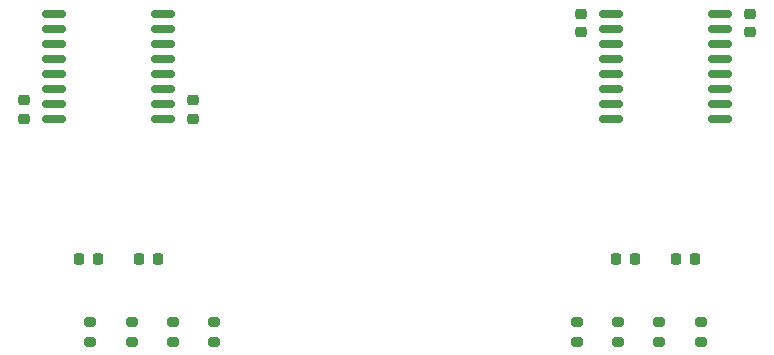
<source format=gtp>
G04 #@! TF.GenerationSoftware,KiCad,Pcbnew,8.0.8*
G04 #@! TF.CreationDate,2025-02-11T18:02:45+01:00*
G04 #@! TF.ProjectId,PCB,5043422e-6b69-4636-9164-5f7063625858,rev?*
G04 #@! TF.SameCoordinates,Original*
G04 #@! TF.FileFunction,Paste,Top*
G04 #@! TF.FilePolarity,Positive*
%FSLAX46Y46*%
G04 Gerber Fmt 4.6, Leading zero omitted, Abs format (unit mm)*
G04 Created by KiCad (PCBNEW 8.0.8) date 2025-02-11 18:02:45*
%MOMM*%
%LPD*%
G01*
G04 APERTURE LIST*
G04 Aperture macros list*
%AMRoundRect*
0 Rectangle with rounded corners*
0 $1 Rounding radius*
0 $2 $3 $4 $5 $6 $7 $8 $9 X,Y pos of 4 corners*
0 Add a 4 corners polygon primitive as box body*
4,1,4,$2,$3,$4,$5,$6,$7,$8,$9,$2,$3,0*
0 Add four circle primitives for the rounded corners*
1,1,$1+$1,$2,$3*
1,1,$1+$1,$4,$5*
1,1,$1+$1,$6,$7*
1,1,$1+$1,$8,$9*
0 Add four rect primitives between the rounded corners*
20,1,$1+$1,$2,$3,$4,$5,0*
20,1,$1+$1,$4,$5,$6,$7,0*
20,1,$1+$1,$6,$7,$8,$9,0*
20,1,$1+$1,$8,$9,$2,$3,0*%
G04 Aperture macros list end*
%ADD10RoundRect,0.200000X-0.275000X0.200000X-0.275000X-0.200000X0.275000X-0.200000X0.275000X0.200000X0*%
%ADD11RoundRect,0.150000X0.875000X0.150000X-0.875000X0.150000X-0.875000X-0.150000X0.875000X-0.150000X0*%
%ADD12RoundRect,0.225000X0.225000X0.250000X-0.225000X0.250000X-0.225000X-0.250000X0.225000X-0.250000X0*%
%ADD13RoundRect,0.225000X0.250000X-0.225000X0.250000X0.225000X-0.250000X0.225000X-0.250000X-0.225000X0*%
%ADD14RoundRect,0.225000X-0.250000X0.225000X-0.250000X-0.225000X0.250000X-0.225000X0.250000X0.225000X0*%
%ADD15RoundRect,0.150000X-0.875000X-0.150000X0.875000X-0.150000X0.875000X0.150000X-0.875000X0.150000X0*%
G04 APERTURE END LIST*
D10*
X168282000Y-92170000D03*
X168282000Y-93820000D03*
X123622000Y-92170000D03*
X123622000Y-93820000D03*
D11*
X122802000Y-74930000D03*
X122802000Y-73660000D03*
X122802000Y-72390000D03*
X122802000Y-71120000D03*
X122802000Y-69850000D03*
X122802000Y-68580000D03*
X122802000Y-67310000D03*
X122802000Y-66040000D03*
X113502000Y-66040000D03*
X113502000Y-67310000D03*
X113502000Y-68580000D03*
X113502000Y-69850000D03*
X113502000Y-71120000D03*
X113502000Y-72390000D03*
X113502000Y-73660000D03*
X113502000Y-74930000D03*
D12*
X162707000Y-86820000D03*
X161157000Y-86820000D03*
X122307000Y-86820000D03*
X120757000Y-86820000D03*
D10*
X161282000Y-92170000D03*
X161282000Y-93820000D03*
X157782000Y-92170000D03*
X157782000Y-93820000D03*
X116622000Y-92170000D03*
X116622000Y-93820000D03*
X164782000Y-92170000D03*
X164782000Y-93820000D03*
D13*
X125302000Y-74930000D03*
X125302000Y-73380000D03*
D12*
X167787000Y-86820000D03*
X166237000Y-86820000D03*
D10*
X120122000Y-92170000D03*
X120122000Y-93820000D03*
D13*
X111002000Y-74930000D03*
X111002000Y-73380000D03*
D10*
X127122000Y-92170000D03*
X127122000Y-93820000D03*
D14*
X172462000Y-66040000D03*
X172462000Y-67590000D03*
X158162000Y-66040000D03*
X158162000Y-67590000D03*
D12*
X117227000Y-86820000D03*
X115677000Y-86820000D03*
D15*
X160662000Y-66040000D03*
X160662000Y-67310000D03*
X160662000Y-68580000D03*
X160662000Y-69850000D03*
X160662000Y-71120000D03*
X160662000Y-72390000D03*
X160662000Y-73660000D03*
X160662000Y-74930000D03*
X169962000Y-74930000D03*
X169962000Y-73660000D03*
X169962000Y-72390000D03*
X169962000Y-71120000D03*
X169962000Y-69850000D03*
X169962000Y-68580000D03*
X169962000Y-67310000D03*
X169962000Y-66040000D03*
M02*

</source>
